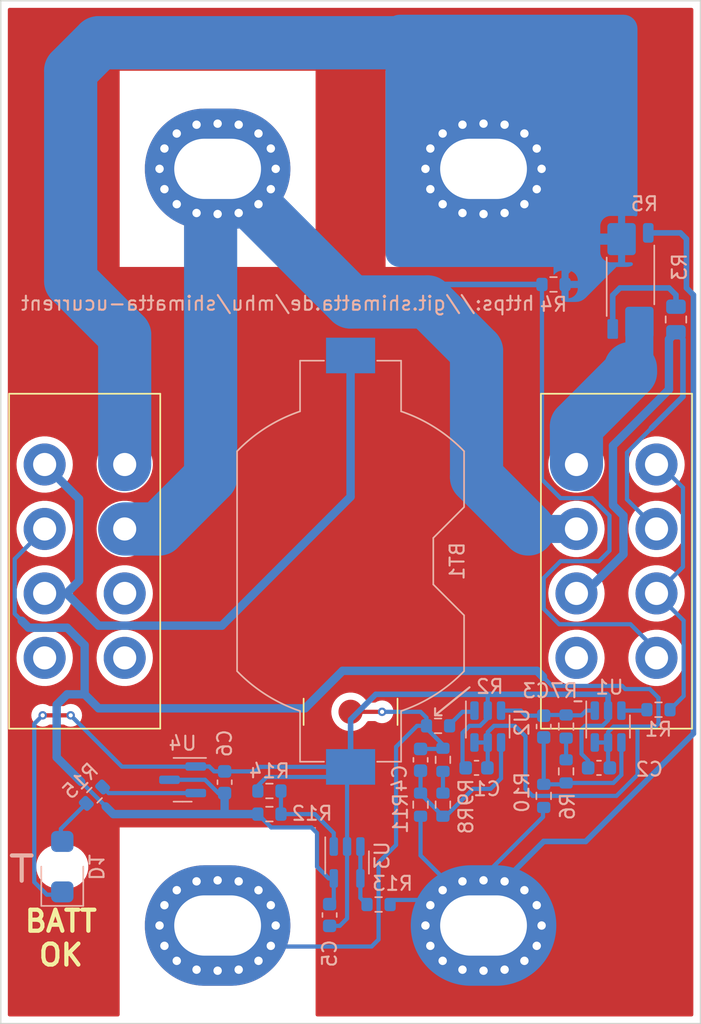
<source format=kicad_pcb>
(kicad_pcb (version 20211014) (generator pcbnew)

  (general
    (thickness 1.6)
  )

  (paper "A4")
  (title_block
    (title "Shimatta µCurrent")
    (rev "v1.1.0")
    (company "Shimatta")
  )

  (layers
    (0 "F.Cu" signal)
    (31 "B.Cu" signal)
    (32 "B.Adhes" user "B.Adhesive")
    (33 "F.Adhes" user "F.Adhesive")
    (34 "B.Paste" user)
    (35 "F.Paste" user)
    (36 "B.SilkS" user "B.Silkscreen")
    (37 "F.SilkS" user "F.Silkscreen")
    (38 "B.Mask" user)
    (39 "F.Mask" user)
    (40 "Dwgs.User" user "User.Drawings")
    (41 "Cmts.User" user "User.Comments")
    (42 "Eco1.User" user "User.Eco1")
    (43 "Eco2.User" user "User.Eco2")
    (44 "Edge.Cuts" user)
    (45 "Margin" user)
    (46 "B.CrtYd" user "B.Courtyard")
    (47 "F.CrtYd" user "F.Courtyard")
    (48 "B.Fab" user)
    (49 "F.Fab" user)
    (50 "User.1" user)
    (51 "User.2" user)
    (52 "User.3" user)
    (53 "User.4" user)
    (54 "User.5" user)
    (55 "User.6" user)
    (56 "User.7" user)
    (57 "User.8" user)
    (58 "User.9" user)
  )

  (setup
    (stackup
      (layer "F.SilkS" (type "Top Silk Screen"))
      (layer "F.Paste" (type "Top Solder Paste"))
      (layer "F.Mask" (type "Top Solder Mask") (thickness 0.01))
      (layer "F.Cu" (type "copper") (thickness 0.035))
      (layer "dielectric 1" (type "core") (thickness 1.51) (material "FR4") (epsilon_r 4.5) (loss_tangent 0.02))
      (layer "B.Cu" (type "copper") (thickness 0.035))
      (layer "B.Mask" (type "Bottom Solder Mask") (thickness 0.01))
      (layer "B.Paste" (type "Bottom Solder Paste"))
      (layer "B.SilkS" (type "Bottom Silk Screen"))
      (copper_finish "None")
      (dielectric_constraints no)
    )
    (pad_to_mask_clearance 0)
    (pcbplotparams
      (layerselection 0x00010fc_ffffffff)
      (disableapertmacros false)
      (usegerberextensions true)
      (usegerberattributes true)
      (usegerberadvancedattributes true)
      (creategerberjobfile true)
      (svguseinch false)
      (svgprecision 6)
      (excludeedgelayer true)
      (plotframeref false)
      (viasonmask false)
      (mode 1)
      (useauxorigin false)
      (hpglpennumber 1)
      (hpglpenspeed 20)
      (hpglpendiameter 15.000000)
      (dxfpolygonmode true)
      (dxfimperialunits true)
      (dxfusepcbnewfont true)
      (psnegative false)
      (psa4output false)
      (plotreference true)
      (plotvalue true)
      (plotinvisibletext false)
      (sketchpadsonfab false)
      (subtractmaskfromsilk false)
      (outputformat 4)
      (mirror false)
      (drillshape 0)
      (scaleselection 1)
      (outputdirectory "gerber/")
    )
  )

  (net 0 "")
  (net 1 "Net-(BT1-Pad1)")
  (net 2 "VSS")
  (net 3 "VDD")
  (net 4 "Net-(C3-Pad1)")
  (net 5 "GND")
  (net 6 "Net-(C3-Pad2)")
  (net 7 "Net-(C4-Pad1)")
  (net 8 "Net-(C4-Pad2)")
  (net 9 "Net-(D1-Pad2)")
  (net 10 "/MEAS+")
  (net 11 "/MEAS-")
  (net 12 "Net-(R1-Pad1)")
  (net 13 "Net-(R1-Pad2)")
  (net 14 "Net-(R2-Pad1)")
  (net 15 "Net-(R3-Pad1)")
  (net 16 "Net-(R3-Pad2)")
  (net 17 "Net-(R5-Pad1)")
  (net 18 "Net-(R6-Pad2)")
  (net 19 "Net-(R8-Pad2)")
  (net 20 "Net-(R12-Pad2)")
  (net 21 "Net-(R13-Pad1)")
  (net 22 "Net-(R15-Pad1)")
  (net 23 "unconnected-(SW1-Pad4A)")
  (net 24 "unconnected-(SW2-Pad3B)")
  (net 25 "unconnected-(SW2-Pad4A)")
  (net 26 "unconnected-(SW2-Pad4B)")

  (footprint "MountingHole:MountingHole_4.3x6.2mm_M4_Pad_Via" (layer "F.Cu") (at 30.5 80))

  (footprint "Connector_Coaxial:SMA_Amphenol_132134-10_Vertical" (layer "F.Cu") (at 40 64.75 180))

  (footprint "shimatta_artwork:shimatta_kanji_20mm_solder_mask" (layer "F.Cu") (at 40 37.7))

  (footprint "MountingHole:MountingHole_4.3x6.2mm_M4_Pad_Via" (layer "F.Cu") (at 49.5 26))

  (footprint "MountingHole:MountingHole_4.3x6.2mm_M4_Pad_Via" (layer "F.Cu") (at 30.5 26))

  (footprint "MountingHole:MountingHole_4.3x6.2mm_M4_Pad_Via" (layer "F.Cu") (at 49.5 80))

  (footprint "shimatta_switch:C&K-L203011MS02Q" (layer "F.Cu") (at 59 54))

  (footprint "shimatta_switch:C&K-L203011MS02Q" (layer "F.Cu") (at 21 54))

  (footprint "Capacitor_SMD:C_0603_1608Metric" (layer "B.Cu") (at 45 68.175 90))

  (footprint "Resistor_SMD:R_0603_1608Metric" (layer "B.Cu") (at 46.25 65.75 180))

  (footprint "Resistor_SMD:R_0603_1608Metric" (layer "B.Cu") (at 46.6 68.175 90))

  (footprint "Resistor_SMD:R_0603_1608Metric" (layer "B.Cu") (at 62 64.6 180))

  (footprint "Capacitor_SMD:C_0603_1608Metric" (layer "B.Cu") (at 57.75 68.75))

  (footprint "Resistor_SMD:R_0603_1608Metric" (layer "B.Cu") (at 21.7 70.7 -135))

  (footprint "Package_TO_SOT_SMD:SOT-23-6" (layer "B.Cu") (at 49.8 65.8 -90))

  (footprint "Resistor_SMD:R_0603_1608Metric" (layer "B.Cu") (at 54.5 34.25))

  (footprint "Resistor_SMD:R_0603_1608Metric" (layer "B.Cu") (at 34.2 72.05))

  (footprint "Package_TO_SOT_SMD:SOT-23" (layer "B.Cu") (at 28 69.6 180))

  (footprint "Battery:BatteryHolder_Keystone_1058_1x2032" (layer "B.Cu") (at 40 54 -90))

  (footprint "Package_TO_SOT_SMD:SOT-23-5" (layer "B.Cu") (at 39.75 75.5 -90))

  (footprint "Capacitor_SMD:C_0603_1608Metric" (layer "B.Cu") (at 38.5 79.25 90))

  (footprint "Resistor_SMD:R_0603_1608Metric" (layer "B.Cu") (at 42 78.5))

  (footprint "Resistor_SMD:R_0603_1608Metric" (layer "B.Cu") (at 46.6 71.375 90))

  (footprint "shimatta_led:APTR3216SURCK" (layer "B.Cu") (at 19.4 75.8 90))

  (footprint "Capacitor_SMD:C_0603_1608Metric" (layer "B.Cu") (at 49 68.75))

  (footprint "Package_TO_SOT_SMD:SOT-23-6" (layer "B.Cu") (at 58.4 65.8 -90))

  (footprint "Resistor_SMD:R_0603_1608Metric" (layer "B.Cu") (at 55.4 69 90))

  (footprint "Resistor_SMD:R_0805_2012Metric" (layer "B.Cu") (at 63.25 36.75 -90))

  (footprint "Capacitor_SMD:C_0603_1608Metric" (layer "B.Cu") (at 53.8 65.8 90))

  (footprint "Resistor_SMD:R_0603_1608Metric" (layer "B.Cu") (at 53.8 70.75 -90))

  (footprint "Resistor_SMD:R_Shunt_Vishay_WSK2512_6332Metric_T1.19mm" (layer "B.Cu") (at 60 34 90))

  (footprint "Capacitor_SMD:C_0603_1608Metric" (layer "B.Cu") (at 31 69.775 90))

  (footprint "Resistor_SMD:R_0603_1608Metric" (layer "B.Cu") (at 45 71.375 -90))

  (footprint "Resistor_SMD:R_0603_1608Metric" (layer "B.Cu") (at 55.4 65.8 90))

  (footprint "Resistor_SMD:R_0603_1608Metric" (layer "B.Cu") (at 34.2 70.4 180))

  (gr_line (start 46.037258 65) (end 46.5 65) (layer "B.SilkS") (width 0.15) (tstamp 105ed225-d2ba-4509-9309-99d7ecc700a8))
  (gr_line (start 16.5 75) (end 16.5 76.8) (layer "B.SilkS") (width 0.3) (tstamp 18f7d29c-1b1c-4f73-999c-addc0bd2444e))
  (gr_line (start 15.8 75) (end 17.2 75) (layer "B.SilkS") (width 0.3) (tstamp 43b35617-a272-4ead-b714-94cb5579f0e5))
  (gr_line (start 46.5 65) (end 46.268629 65) (layer "B.SilkS") (width 0.15) (tstamp 62bf9690-61e9-4fef-b65d-993d5f80185d))
  (gr_line (start 56 64) (end 56.5 64) (layer "B.SilkS") (width 0.15) (tstamp c9205131-199a-4e79-9702-7bd3861c6551))
  (gr_line (start 46.037258 65) (end 46.037258 64.5) (layer "B.SilkS") (width 0.15) (tstamp d2387ece-4bb9-48ea-a26f-309ffeb91cbe))
  (gr_line (start 48.5 63) (end 46.037258 65) (layer "B.SilkS") (width 0.15) (tstamp fbe9419b-ca9d-4f0b-a876-589ed2ec705b))
  (gr_line (start 15 87) (end 15 14) (layer "Edge.Cuts") (width 0.1) (tstamp 020a039c-4d1c-4b3a-8f11-44d465fdd578))
  (gr_line (start 65 87) (end 15 87) (layer "Edge.Cuts") (width 0.1) (tstamp 1c5d2c83-b7a7-4d86-881b-4cacaacaa21e))
  (gr_line (start 65 14) (end 65 87) (layer "Edge.Cuts") (width 0.1) (tstamp 4a032da2-2dc4-43d0-a71a-9ec95f3ce7b0))
  (gr_line (start 15 14) (end 65 14) (layer "Edge.Cuts") (width 0.1) (tstamp a53a05ef-7a7f-442b-9b98-cbea554b3aab))
  (gr_text "https://git.shimatta.de/mhu/shimatta-ucurrent" (at 34.8 35.6) (layer "B.SilkS") (tstamp e66bf368-9a60-420b-9b1f-ed030e4a43bc)
    (effects (font (size 1 1) (thickness 0.15)) (justify mirror))
  )
  (gr_text "BATT\nOK" (at 19.3 80.9) (layer "F.SilkS") (tstamp a8f5b71e-aef7-4a69-a747-a6b1fb10fc72)
    (effects (font (size 1.5 1.5) (thickness 0.3)))
  )
  (gr_text "+ Voltage Output -" (at 40 70.5) (layer "F.Mask") (tstamp 16b75e60-5672-408c-b647-c22d1033df36)
    (effects (font (size 2.5 2.5) (thickness 0.5)))
  )
  (gr_text "ON" (at 27.5 54) (layer "F.Mask") (tstamp 178610de-ae18-4315-a138-a57325f66a54)
    (effects (font (size 1.5 1.5) (thickness 0.3)) (justify left))
  )
  (gr_text "1mV/mA 10m" (at 37 49.5) (layer "F.Mask") (tstamp 289668e5-2546-4463-a814-61e7af387dd7)
    (effects (font (size 1.4 1.5) (thickness 0.3)) (justify left))
  )
  (gr_text "1mV/µA 10R" (at 37 54) (layer "F.Mask") (tstamp 40b59eee-ddd0-45d4-8cf3-eb8a83b8569d)
    (effects (font (size 1.4 1.5) (thickness 0.3)) (justify left))
  )
  (gr_text "SHORT" (at 27.5 49.5) (layer "F.Mask") (tstamp 450fbc37-861b-4a8e-b445-57a5491fbaa4)
    (effects (font (size 1.5 1.5) (thickness 0.3)) (justify left))
  )
  (gr_text "+ Current Input -" (at 40 16.5) (layer "F.Mask") (tstamp 7504c2e2-958a-4bb0-9b8c-117705a29b74)
    (effects (font (size 2.5 2.5) (thickness 0.5)))
  )
  (gr_text "1mV/nA 10k" (at 37 58.5) (layer "F.Mask") (tstamp 95deba89-a38e-4c0a-9503-52c246521295)
    (effects (font (size 1.4 1.5) (thickness 0.3)) (justify left))
  )
  (gr_text "µCurrent v1.1.x" (at 40 44.1) (layer "F.Mask") (tstamp ac30eb1e-d0c1-4551-ab46-4451b68ae492)
    (effects (font (size 1 1) (thickness 0.15) italic))
  )
  (gr_text "OFF" (at 27.5 58.5) (layer "F.Mask") (tstamp d5442e10-f3c0-46e2-ad62-013bcbbbe95a)
    (effects (font (size 1.5 1.5) (thickness 0.3)) (justify left))
  )

  (segment (start 40 49.4) (end 30.8 58.6) (width 0.6) (layer "B.Cu") (net 1) (tstamp 618ffc81-4834-422e-817b-3ed2b5dbe694))
  (segment (start 40 39.32) (end 40 49.4) (width 0.6) (layer "B.Cu") (net 1) (tstamp 64a270e7-5355-4e41-8d77-2a19f46c48f1))
  (segment (start 20.6 49.56) (end 18.14 47.1) (width 0.6) (layer "B.Cu") (net 1) (tstamp 88375c93-5d16-45ca-8404-a1532c784348))
  (segment (start 20.6 55.4) (end 20.6 49.56) (width 0.6) (layer "B.Cu") (net 1) (tstamp 8a0ec3ae-7df6-4dae-bd41-ab5658a9c5da))
  (segment (start 22 58.6) (end 19.7 56.3) (width 0.6) (layer "B.Cu") (net 1) (tstamp 8bbbc726-725d-491f-b262-1d3fbf8d7d24))
  (segment (start 19.7 56.3) (end 20.6 55.4) (width 0.6) (layer "B.Cu") (net 1) (tstamp 8ec6ee64-aa41-49f3-83f3-7d4f60b06648))
  (segment (start 30.8 58.6) (end 22 58.6) (width 0.6) (layer "B.Cu") (net 1) (tstamp a28665ae-2961-4f59-ab3f-5c3f6e6d4748))
  (segment (start 18.14 56.3) (end 19.7 56.3) (width 0.6) (layer "B.Cu") (net 1) (tstamp b63c3b41-d28e-4542-94f9-7154cf55d0cd))
  (segment (start 18 65) (end 20 65) (width 0.3) (layer "F.Cu") (net 2) (tstamp 476bed2a-5775-44b5-a382-7ba34b846548))
  (via (at 18 65) (size 0.6) (drill 0.3) (layers "F.Cu" "B.Cu") (net 2) (tstamp c139060d-d7eb-4919-b488-e485cf5f2747))
  (via (at 20 65) (size 0.6) (drill 0.3) (layers "F.Cu" "B.Cu") (net 2) (tstamp c3e8859e-8488-4180-a80a-bb99d408f6f2))
  (segment (start 30.25 69) (end 31 69) (width 0.3) (layer "B.Cu") (net 2) (tstamp 02b32981-a696-4068-bcf4-fb41e01c1638))
  (segment (start 48.225 68.75) (end 48 68.525) (width 0.3) (layer "B.Cu") (net 2) (tstamp 05af7c7f-6a7b-4d54-a9a2-aec1daa961c3))
  (segment (start 39.225 80.025) (end 39.75 79.5) (width 0.3) (layer "B.Cu") (net 2) (tstamp 12cca0aa-c230-411c-9ea7-3d035eb9ba11))
  (segment (start 28.9375 68.65) (end 29.9 68.65) (width 0.3) (layer "B.Cu") (net 2) (tstamp 13473039-5b68-4796-a124-a408d1ed916a))
  (segment (start 49.25 65.75) (end 49.8 65.2) (width 0.3) (layer "B.Cu") (net 2) (tstamp 1c310b49-7425-4c27-9aa7-529e9f3953c6))
  (segment (start 58 65.75) (end 58.4 65.35) (width 0.3) (layer "B.Cu") (net 2) (tstamp 2002b91e-362b-4f3b-b47e-a6eaa5d6a67b))
  (segment (start 56.5 67.75) (end 56.5 66) (width 0.3) (layer "B.Cu") (net 2) (tstamp 350cecb0-6cfa-4ed5-a431-9e6d41bf5293))
  (segment (start 56.975 68.225) (end 56.5 67.75) (width 0.3) (layer "B.Cu") (net 2) (tstamp 3ddc82e7-9086-4063-a52a-ccaf1db3c3d4))
  (segment (start 49.8 65.2) (end 49.8 64.6625) (width 0.3) (layer "B.Cu") (net 2) (tstamp 4e9a895b-bbd8-44c6-a82f-cf84fd43c397))
  (segment (start 18 65) (end 17.4 65.6) (width 0.3) (layer "B.Cu") (net 2) (tstamp 5543859a-f028-4ae5-b8e4-acb5660d4932))
  (segment (start 17.4 65.6) (end 17.4 76.9) (width 0.3) (layer "B.Cu") (net 2) (tstamp 62f51945-88a9-415c-9c66-4bccf26a9311))
  (segment (start 33.375 70.025) (end 34 69.4) (width 0.3) (layer "B.Cu") (net 2) (tstamp 6597e687-fef1-4c59-9ed4-07bc263d943a))
  (segment (start 41.8 63.5) (end 40 65.3) (width 0.4) (layer "B.Cu") (net 2) (tstamp 6a642011-0db7-441b-a8f4-2a446432644e))
  (segment (start 58.3 63.5) (end 58.4 63.6) (width 0.4) (layer "B.Cu") (net 2) (tstamp 7f216030-063d-4b72-949b-67a5a67bb285))
  (segment (start 48 68.525) (end 48 66.25) (width 0.3) (layer "B.Cu") (net 2) (tstamp 81029990-970c-4d54-a052-16e3f6c75322))
  (segment (start 48.5 65.75) (end 49.25 65.75) (width 0.3) (layer "B.Cu") (net 2) (tstamp 82b27132-ebac-4a14-a73b-517eee015308))
  (segment (start 58.4 63.6) (end 58.4 64.6625) (width 0.4) (layer "B.Cu") (net 2) (tstamp 83506741-3ba7-4606-8dab-2f0b29045e1a))
  (segment (start 39.75 68.93) (end 40 68.68) (width 0.3) (layer "B.Cu") (net 2) (tstamp 83e791a9-1d8b-4bad-8083-55befe2bdc44))
  (segment (start 29.9 68.65) (end 30.25 69) (width 0.3) (layer "B.Cu") (net 2) (tstamp 96e5fa29-27c7-4f93-ae64-d93f563e4733))
  (segment (start 33.52 68.68) (end 40 68.68) (width 0.3) (layer "B.Cu") (net 2) (tstamp 9a741906-5d65-40f7-8651-82ff45e43837))
  (segment (start 56.975 68.75) (end 56.975 68.225) (width 0.3) (layer "B.Cu") (net 2) (tstamp 9c631bea-6937-489b-899f-0b40faca8593))
  (segment (start 23.6625 68.6625) (end 28.925 68.6625) (width 0.3) (layer "B.Cu") (net 2) (tstamp a55bf7f4-ee51-417f-9609-9b2dcafca4c0))
  (segment (start 56.75 65.75) (end 58 65.75) (width 0.3) (layer "B.Cu") (net 2) (tstamp ad66bb5c-3625-4e00-b056-d9105ce9b869))
  (segment (start 39.28 69.4) (end 40 68.68) (width 0.3) (layer "B.Cu") (net 2) (tstamp ad7c48ff-7a06-4117-b0d1-66562ecd0b64))
  (segment (start 39.75 79.5) (end 39.75 74.3625) (width 0.3) (layer "B.Cu") (net 2) (tstamp afea03a4-5d2d-4cb9-a9f7-57772f8d7894))
  (segment (start 20 65) (end 23.6625 68.6625) (width 0.3) (layer "B.Cu") (net 2) (tstamp b00c83a3-79aa-4247-8505-94821f01b2df))
  (segment (start 49.75 63.5) (end 58.3 63.5) (width 0.4) (layer "B.Cu") (net 2) (tstamp b3ca9f86-6580-44e3-8a8c-8623a246af1f))
  (segment (start 40 65.3) (end 40 68.68) (width 0.4) (layer "B.Cu") (net 2) (tstamp b7c985b4-4902-4471-93c2-1493a90528a1))
  (segment (start 18.3 77.8) (end 19.3 77.8) (width 0.3) (layer "B.Cu") (net 2) (tstamp c0ca8a3e-b5ef-4c67-8686-128df35308f4))
  (segment (start 33.375 70.4) (end 33.375 70.025) (width 0.3) (layer "B.Cu") (net 2) (tstamp c2354405-e9b5-4748-a2de-5889efa1cc3a))
  (segment (start 33.375 68.825) (end 33.52 68.68) (width 0.3) (layer "B.Cu") (net 2) (tstamp c36d1056-d200-485b-b302-7c94e1bf6f26))
  (segment (start 56.5 66) (end 56.75 65.75) (width 0.3) (layer "B.Cu") (net 2) (tstamp ca613e11-21c1-4c1b-be94-c9281d200d16))
  (segment (start 39.75 74.3625) (end 39.75 71.65) (width 0.3) (layer "B.Cu") (net 2) (tstamp ce76ad98-c385-44e6-afe7-125be40357db))
  (segment (start 31 69) (end 33.2 69) (width 0.3) (layer "B.Cu") (net 2) (tstamp ce77e2ad-ef6e-445a-97be-6cdf9f0b64b0))
  (segment (start 28.925 68.6625) (end 28.9375 68.65) (width 0.3) (layer "B.Cu") (net 2) (tstamp d2954f54-bff9-4df4-a0b9-df84bf80df2f))
  (segment (start 58.4 65.35) (end 58.4 64.6625) (width 0.3) (layer "B.Cu") (net 2) (tstamp d3458752-ffee-43e8-bf6b-d89d55941673))
  (segment (start 49.8 63.55) (end 49.8 64.6625) (width 0.3) (layer "B.Cu") (net 2) (tstamp d3a84bc1-8e79-4049-bdd4-e0a9cd214b07))
  (segment (start 17.4 76.9) (end 18.3 77.8) (width 0.3) (layer "B.Cu") (net 2) (tstamp d6997989-0d08-4e76-beb7-db066a8b3f84))
  (segment (start 48 66.25) (end 48.5 65.75) (width 0.3) (layer "B.Cu") (net 2) (tstamp ddbab8b1-1552-41a7-ad27-3187eac143e5))
  (segment (start 33.2 69) (end 33.375 68.825) (width 0.3) (layer "B.Cu") (net 2) (tstamp e3f1ee6c-b280-43e8-ad68-99d0a1a190bc))
  (segment (start 49.75 63.5) (end 41.8 63.5) (width 0.4) (layer "B.Cu") (net 2) (tstamp e6d5f987-81b0-4ed4-b014-b04536907f61))
  (segment (start 49.75 63.5) (end 49.8 63.55) (width 0.3) (layer "B.Cu") (net 2) (tstamp ec0bdcf4-90a8-442c-912c-4b792a33ebe2))
  (segment (start 39.75 71.65) (end 39.75 68.93) (width 0.3) (layer "B.Cu") (net 2) (tstamp f392fc1b-c595-48f4-89a6-a46a11219323))
  (segment (start 38.5 80.025) (end 39.225 80.025) (width 0.3) (layer "B.Cu") (net 2) (tstamp f873ec57-1cbe-4682-9cb5-7df2afb5e8ec))
  (segment (start 34 69.4) (end 39.28 69.4) (width 0.3) (layer "B.Cu") (net 2) (tstamp f9c90662-f1e9-449a-8fa6-eadff1ff62f6))
  (segment (start 36.75 64.5) (end 22 64.5) (width 0.6) (layer "B.Cu") (net 3) (tstamp 00d0cbb9-14ce-48de-bfd3-3bc003352b18))
  (segment (start 58.8 65.8) (end 60.3 65.8) (width 0.3) (layer "B.Cu") (net 3) (tstamp 03a8a297-4490-43b7-9735-af94badf4034))
  (segment (start 16 53.84) (end 16 57.75) (width 0.3) (layer "B.Cu") (net 3) (tstamp 063a6c67-86fe-4019-a0a2-579c97e1eb83))
  (segment (start 17 58.75) (end 19.75 58.75) (width 0.6) (layer "B.Cu") (net 3) (tstamp 078a3a70-d5fa-433c-877c-79ba62ad0f7a))
  (segment (start 59.625 63.125) (end 61.375 63.125) (width 0.3) (layer "B.Cu") (net 3) (tstamp 0ab523da-c398-4185-b12b-b4d27c952e3e))
  (segment (start 50.25 65.75) (end 51.75 65.75) (width 0.3) (layer "B.Cu") (net 3) (tstamp 0df1c1d7-22ca-49bd-a055-48d1ea656594))
  (segment (start 54.4 62.9) (end 59.4 62.9) (width 0.3) (layer "B.Cu") (net 3) (tstamp 1085bd4c-f2d0-4ef5-9551-9fc3b432abbb))
  (segment (start 23.05 72.05) (end 31.15 72.05) (width 0.3) (layer "B.Cu") (net 3) (tstamp 13b1c98f-e43e-463d-9602-a909fe0327ea))
  (segment (start 33.375 72.05) (end 34.325 73) (width 0.3) (layer "B.Cu") (net 3) (tstamp 16d4fa49-f329-4d98-b8c1-6ab45a64af6a))
  (segment (start 53.75 62.25) (end 53.325 61.825) (width 0.6) (layer "B.Cu") (net 3) (tstam
... [172099 chars truncated]
</source>
